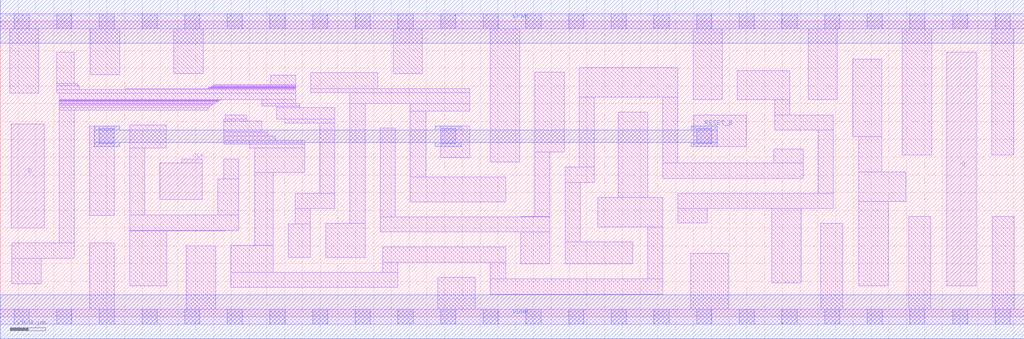
<source format=lef>
# Copyright 2020 The SkyWater PDK Authors
#
# Licensed under the Apache License, Version 2.0 (the "License");
# you may not use this file except in compliance with the License.
# You may obtain a copy of the License at
#
#     https://www.apache.org/licenses/LICENSE-2.0
#
# Unless required by applicable law or agreed to in writing, software
# distributed under the License is distributed on an "AS IS" BASIS,
# WITHOUT WARRANTIES OR CONDITIONS OF ANY KIND, either express or implied.
# See the License for the specific language governing permissions and
# limitations under the License.
#
# SPDX-License-Identifier: Apache-2.0

VERSION 5.7 ;
  NAMESCASESENSITIVE ON ;
  NOWIREEXTENSIONATPIN ON ;
  DIVIDERCHAR "/" ;
  BUSBITCHARS "[]" ;
UNITS
  DATABASE MICRONS 200 ;
END UNITS
MACRO sky130_fd_sc_ls__dfrtp_2
  CLASS CORE ;
  SOURCE USER ;
  FOREIGN sky130_fd_sc_ls__dfrtp_2 ;
  ORIGIN  0.000000  0.000000 ;
  SIZE  11.52000 BY  3.330000 ;
  SYMMETRY X Y R90 ;
  SITE unit ;
  PIN D
    ANTENNAGATEAREA  0.126000 ;
    DIRECTION INPUT ;
    USE SIGNAL ;
    PORT
      LAYER li1 ;
        RECT 0.125000 1.000000 0.495000 2.170000 ;
    END
  END D
  PIN Q
    ANTENNADIFFAREA  0.543200 ;
    DIRECTION OUTPUT ;
    USE SIGNAL ;
    PORT
      LAYER li1 ;
        RECT 10.650000 0.350000 10.980000 2.980000 ;
    END
  END Q
  PIN RESET_B
    ANTENNAGATEAREA  0.378000 ;
    DIRECTION INPUT ;
    USE SIGNAL ;
    PORT
      LAYER met1 ;
        RECT 1.055000 1.920000 1.345000 1.965000 ;
        RECT 1.055000 1.965000 8.065000 2.105000 ;
        RECT 1.055000 2.105000 1.345000 2.150000 ;
        RECT 4.895000 1.920000 5.185000 1.965000 ;
        RECT 4.895000 2.105000 5.185000 2.150000 ;
        RECT 7.775000 1.920000 8.065000 1.965000 ;
        RECT 7.775000 2.105000 8.065000 2.150000 ;
    END
  END RESET_B
  PIN CLK
    ANTENNAGATEAREA  0.261000 ;
    DIRECTION INPUT ;
    USE CLOCK ;
    PORT
      LAYER li1 ;
        RECT 1.795000 1.320000 2.275000 1.730000 ;
        RECT 2.045000 1.730000 2.275000 1.780000 ;
    END
  END CLK
  PIN VGND
    DIRECTION INOUT ;
    SHAPE ABUTMENT ;
    USE GROUND ;
    PORT
      LAYER met1 ;
        RECT 0.000000 -0.245000 11.520000 0.245000 ;
    END
  END VGND
  PIN VPWR
    DIRECTION INOUT ;
    SHAPE ABUTMENT ;
    USE POWER ;
    PORT
      LAYER met1 ;
        RECT 0.000000 3.085000 11.520000 3.575000 ;
    END
  END VPWR
  OBS
    LAYER li1 ;
      RECT  0.000000 -0.085000 11.520000 0.085000 ;
      RECT  0.000000  3.245000 11.520000 3.415000 ;
      RECT  0.105000  2.520000  0.435000 3.245000 ;
      RECT  0.130000  0.370000  0.460000 0.660000 ;
      RECT  0.130000  0.660000  0.835000 0.830000 ;
      RECT  0.635000  2.520000  3.325000 2.560000 ;
      RECT  0.635000  2.560000  0.890000 2.605000 ;
      RECT  0.635000  2.605000  0.870000 2.630000 ;
      RECT  0.635000  2.630000  0.835000 2.980000 ;
      RECT  0.665000  0.830000  0.835000 2.330000 ;
      RECT  0.665000  2.330000  2.340000 2.355000 ;
      RECT  0.665000  2.355000  2.360000 2.380000 ;
      RECT  0.665000  2.380000  2.385000 2.395000 ;
      RECT  0.665000  2.395000  2.405000 2.405000 ;
      RECT  0.665000  2.405000  2.420000 2.420000 ;
      RECT  0.665000  2.420000  2.440000 2.430000 ;
      RECT  0.665000  2.430000  2.460000 2.435000 ;
      RECT  0.665000  2.435000  2.470000 2.440000 ;
      RECT  0.665000  2.440000  2.485000 2.445000 ;
      RECT  0.665000  2.445000  3.325000 2.520000 ;
      RECT  1.005000  0.085000  1.285000 0.830000 ;
      RECT  1.005000  1.140000  1.285000 2.150000 ;
      RECT  1.015000  2.730000  1.345000 3.245000 ;
      RECT  1.405000  2.560000  3.325000 2.570000 ;
      RECT  1.455000  0.350000  1.875000 0.970000 ;
      RECT  1.455000  0.970000  2.540000 0.975000 ;
      RECT  1.455000  0.975000  2.685000 1.150000 ;
      RECT  1.455000  1.150000  1.625000 1.900000 ;
      RECT  1.455000  1.900000  1.865000 2.160000 ;
      RECT  1.955000  2.740000  2.285000 3.245000 ;
      RECT  2.095000  0.085000  2.425000 0.800000 ;
      RECT  2.330000  2.570000  3.325000 2.575000 ;
      RECT  2.345000  2.575000  3.325000 2.580000 ;
      RECT  2.355000  2.580000  3.325000 2.585000 ;
      RECT  2.365000  2.585000  3.325000 2.590000 ;
      RECT  2.375000  2.590000  3.325000 2.595000 ;
      RECT  2.390000  2.595000  3.325000 2.605000 ;
      RECT  2.405000  2.605000  3.325000 2.615000 ;
      RECT  2.445000  1.150000  2.685000 1.550000 ;
      RECT  2.515000  1.550000  2.685000 1.775000 ;
      RECT  2.515000  1.945000  3.425000 1.985000 ;
      RECT  2.515000  1.985000  3.095000 2.035000 ;
      RECT  2.515000  2.035000  3.010000 2.080000 ;
      RECT  2.515000  2.080000  2.940000 2.205000 ;
      RECT  2.515000  2.205000  2.775000 2.230000 ;
      RECT  2.530000  2.230000  2.775000 2.275000 ;
      RECT  2.595000  0.330000  4.475000 0.500000 ;
      RECT  2.595000  0.500000  3.070000 0.805000 ;
      RECT  2.810000  1.900000  3.425000 1.945000 ;
      RECT  2.865000  0.805000  3.070000 1.625000 ;
      RECT  2.865000  1.625000  3.425000 1.900000 ;
      RECT  2.945000  2.375000  3.370000 2.400000 ;
      RECT  2.945000  2.400000  3.325000 2.445000 ;
      RECT  3.045000  2.615000  3.325000 2.725000 ;
      RECT  3.110000  2.230000  3.765000 2.355000 ;
      RECT  3.110000  2.355000  3.370000 2.375000 ;
      RECT  3.200000  2.185000  3.765000 2.230000 ;
      RECT  3.240000  0.670000  3.490000 1.045000 ;
      RECT  3.320000  1.045000  3.490000 1.220000 ;
      RECT  3.320000  1.220000  3.765000 1.390000 ;
      RECT  3.495000  2.525000  5.285000 2.570000 ;
      RECT  3.495000  2.570000  4.250000 2.750000 ;
      RECT  3.595000  1.390000  3.765000 2.185000 ;
      RECT  3.660000  0.670000  4.105000 1.050000 ;
      RECT  3.935000  1.050000  4.105000 2.400000 ;
      RECT  3.935000  2.400000  5.285000 2.525000 ;
      RECT  4.275000  0.955000  6.185000 1.125000 ;
      RECT  4.275000  1.125000  4.445000 2.125000 ;
      RECT  4.305000  0.500000  4.475000 0.615000 ;
      RECT  4.305000  0.615000  5.685000 0.785000 ;
      RECT  4.420000  2.740000  4.750000 3.245000 ;
      RECT  4.615000  1.295000  5.685000 1.575000 ;
      RECT  4.615000  1.575000  4.785000 2.320000 ;
      RECT  4.615000  2.320000  5.285000 2.400000 ;
      RECT  4.920000  0.085000  5.345000 0.445000 ;
      RECT  4.955000  1.795000  5.285000 2.150000 ;
      RECT  5.515000  0.255000  7.455000 0.425000 ;
      RECT  5.515000  0.425000  5.685000 0.615000 ;
      RECT  5.515000  1.745000  5.845000 3.245000 ;
      RECT  5.855000  0.595000  6.185000 0.955000 ;
      RECT  5.855000  1.125000  6.185000 1.130000 ;
      RECT  6.015000  1.130000  6.185000 1.855000 ;
      RECT  6.015000  1.855000  6.345000 2.755000 ;
      RECT  6.355000  0.595000  7.115000 0.845000 ;
      RECT  6.355000  0.845000  6.525000 1.515000 ;
      RECT  6.355000  1.515000  6.685000 1.685000 ;
      RECT  6.515000  1.685000  6.685000 2.475000 ;
      RECT  6.515000  2.475000  7.625000 2.805000 ;
      RECT  6.725000  1.015000  7.455000 1.345000 ;
      RECT  6.955000  1.345000  7.285000 2.305000 ;
      RECT  7.285000  0.425000  7.455000 1.015000 ;
      RECT  7.455000  1.560000  9.035000 1.730000 ;
      RECT  7.455000  1.730000  7.625000 2.475000 ;
      RECT  7.625000  1.060000  7.955000 1.220000 ;
      RECT  7.625000  1.220000  9.375000 1.390000 ;
      RECT  7.770000  0.085000  8.190000 0.715000 ;
      RECT  7.795000  2.445000  8.125000 3.245000 ;
      RECT  7.805000  1.920000  8.395000 2.275000 ;
      RECT  8.295000  2.445000  8.885000 2.775000 ;
      RECT  8.680000  0.385000  9.010000 1.220000 ;
      RECT  8.705000  1.730000  9.035000 1.890000 ;
      RECT  8.715000  2.105000  9.375000 2.275000 ;
      RECT  8.715000  2.275000  8.885000 2.445000 ;
      RECT  9.090000  2.445000  9.420000 3.245000 ;
      RECT  9.205000  1.390000  9.375000 2.105000 ;
      RECT  9.230000  0.085000  9.480000 1.050000 ;
      RECT  9.590000  2.030000  9.920000 2.905000 ;
      RECT  9.660000  0.350000  9.990000 1.300000 ;
      RECT  9.660000  1.300000 10.190000 1.630000 ;
      RECT  9.660000  1.630000  9.920000 2.030000 ;
      RECT 10.150000  1.820000 10.480000 3.245000 ;
      RECT 10.220000  0.085000 10.470000 1.130000 ;
      RECT 11.155000  1.820000 11.405000 3.245000 ;
      RECT 11.160000  0.085000 11.410000 1.130000 ;
    LAYER mcon ;
      RECT  0.155000 -0.085000  0.325000 0.085000 ;
      RECT  0.155000  3.245000  0.325000 3.415000 ;
      RECT  0.635000 -0.085000  0.805000 0.085000 ;
      RECT  0.635000  3.245000  0.805000 3.415000 ;
      RECT  1.115000 -0.085000  1.285000 0.085000 ;
      RECT  1.115000  1.950000  1.285000 2.120000 ;
      RECT  1.115000  3.245000  1.285000 3.415000 ;
      RECT  1.595000 -0.085000  1.765000 0.085000 ;
      RECT  1.595000  3.245000  1.765000 3.415000 ;
      RECT  2.075000 -0.085000  2.245000 0.085000 ;
      RECT  2.075000  3.245000  2.245000 3.415000 ;
      RECT  2.555000 -0.085000  2.725000 0.085000 ;
      RECT  2.555000  3.245000  2.725000 3.415000 ;
      RECT  3.035000 -0.085000  3.205000 0.085000 ;
      RECT  3.035000  3.245000  3.205000 3.415000 ;
      RECT  3.515000 -0.085000  3.685000 0.085000 ;
      RECT  3.515000  3.245000  3.685000 3.415000 ;
      RECT  3.995000 -0.085000  4.165000 0.085000 ;
      RECT  3.995000  3.245000  4.165000 3.415000 ;
      RECT  4.475000 -0.085000  4.645000 0.085000 ;
      RECT  4.475000  3.245000  4.645000 3.415000 ;
      RECT  4.955000 -0.085000  5.125000 0.085000 ;
      RECT  4.955000  1.950000  5.125000 2.120000 ;
      RECT  4.955000  3.245000  5.125000 3.415000 ;
      RECT  5.435000 -0.085000  5.605000 0.085000 ;
      RECT  5.435000  3.245000  5.605000 3.415000 ;
      RECT  5.915000 -0.085000  6.085000 0.085000 ;
      RECT  5.915000  3.245000  6.085000 3.415000 ;
      RECT  6.395000 -0.085000  6.565000 0.085000 ;
      RECT  6.395000  3.245000  6.565000 3.415000 ;
      RECT  6.875000 -0.085000  7.045000 0.085000 ;
      RECT  6.875000  3.245000  7.045000 3.415000 ;
      RECT  7.355000 -0.085000  7.525000 0.085000 ;
      RECT  7.355000  3.245000  7.525000 3.415000 ;
      RECT  7.835000 -0.085000  8.005000 0.085000 ;
      RECT  7.835000  1.950000  8.005000 2.120000 ;
      RECT  7.835000  3.245000  8.005000 3.415000 ;
      RECT  8.315000 -0.085000  8.485000 0.085000 ;
      RECT  8.315000  3.245000  8.485000 3.415000 ;
      RECT  8.795000 -0.085000  8.965000 0.085000 ;
      RECT  8.795000  3.245000  8.965000 3.415000 ;
      RECT  9.275000 -0.085000  9.445000 0.085000 ;
      RECT  9.275000  3.245000  9.445000 3.415000 ;
      RECT  9.755000 -0.085000  9.925000 0.085000 ;
      RECT  9.755000  3.245000  9.925000 3.415000 ;
      RECT 10.235000 -0.085000 10.405000 0.085000 ;
      RECT 10.235000  3.245000 10.405000 3.415000 ;
      RECT 10.715000 -0.085000 10.885000 0.085000 ;
      RECT 10.715000  3.245000 10.885000 3.415000 ;
      RECT 11.195000 -0.085000 11.365000 0.085000 ;
      RECT 11.195000  3.245000 11.365000 3.415000 ;
  END
END sky130_fd_sc_ls__dfrtp_2
END LIBRARY

</source>
